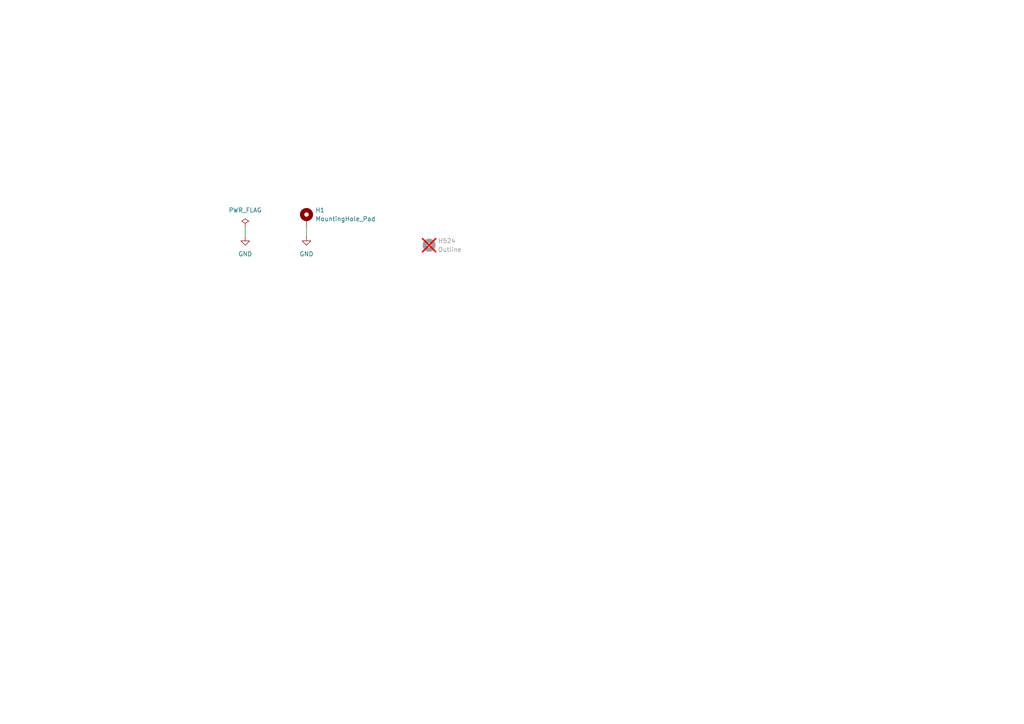
<source format=kicad_sch>
(kicad_sch (version 20250114) (generator "eeschema") (generator_version "9.0")
  (paper "A4")
  (lib_symbols
    (symbol "Mechanical:MountingHole" (pin_names (offset 1.016)) (exclude_from_sim yes) (in_bom no)
      (property "Reference" "H" (at 0 5.08 0))
      (property "Value" "MountingHole" (at 0 3.175 0))
      (symbol "MountingHole_0_1"
        (circle (center 0 0) (radius 1.27) (stroke (width 1.27)))
      )
    )
    (symbol "Mechanical:MountingHole_Pad" (pin_numbers (hide yes)) (pin_names (offset 1.016) (hide yes)) (in_bom no)
      (property "Reference" "H" (at 0 6.35 0))
      (property "Value" "MountingHole_Pad" (at 0 4.445 0))
      (symbol "MountingHole_Pad_0_1"
        (circle (center 0 1.27) (radius 1.27) (stroke (width 1.27)))
      )
      (symbol "MountingHole_Pad_1_1"
        (pin input line (at 0 -2.54 90) (length 2.54) (name "1") (number "1"))
      )
    )
    (symbol "power:GND" (power) (pin_numbers (hide yes)) (pin_names (offset 0) (hide yes))
      (property "Value" "GND" (at 0 -3.81 0))
      (symbol "GND_0_1"
        (polyline (pts (xy 0 0) (xy 0 -1.27) (xy 1.27 -1.27) (xy 0 -2.54) (xy -1.27 -1.27) (xy 0 -1.27)))
      )
      (symbol "GND_1_1"
        (pin power_in line (at 0 0 270) (length 0) (name "~") (number "1"))
      )
    )
    (symbol "power:PWR_FLAG" (power) (pin_numbers (hide yes)) (pin_names (offset 0) (hide yes))
      (property "Value" "PWR_FLAG" (at 0 3.81 0))
      (symbol "PWR_FLAG_0_0"
        (pin power_out line (at 0 0 90) (length 0) (name "~") (number "1"))
      )
      (symbol "PWR_FLAG_0_1"
        (polyline (pts (xy 0 0) (xy 0 1.27) (xy -1.016 1.905) (xy 0 2.54) (xy 1.016 1.905) (xy 0 1.27)))
      )
    )
  )
  (wire (pts (xy 71.12 66.04) (xy 71.12 68.58)))
  (wire (pts (xy 88.9 66.04) (xy 88.9 68.58)))
  (symbol (lib_id "power:GND") (at 71.12 68.58 0) (unit 1)
    (property "Reference" "#PWR01" (effects (hide yes)))
    (property "Value" "GND" (at 71.12 73.66 0))
    (property "Description" "Power symbol creates a global label with name \"GND\" , ground" (effects (hide yes)))
  )
  (symbol (lib_id "power:GND") (at 88.9 68.58 0) (unit 1)
    (property "Reference" "#PWR02" (effects (hide yes)))
    (property "Value" "GND" (at 88.9 73.66 0))
    (property "Description" "Power symbol creates a global label with name \"GND\" , ground" (effects (hide yes)))
  )
  (symbol (lib_id "power:PWR_FLAG") (at 71.12 66.04 0) (unit 1)
    (property "Reference" "#FLG01" (effects (hide yes)))
    (property "Value" "PWR_FLAG" (at 71.12 60.96 0))
    (property "Description" "Special symbol for telling ERC where power comes from" (effects (hide yes)))
  )
  (symbol (lib_id "Mechanical:MountingHole_Pad") (at 88.9 63.5 0) (unit 1) (in_bom no)
    (property "Reference" "H1" (at 91.44 60.9599 0) (effects (justify left)))
    (property "Value" "MountingHole_Pad" (at 91.44 63.4999 0) (effects (justify left)))
    (property "Footprint" "suku_basics:FP_OUTLINE_3" (effects (hide yes)))
    (property "Description" "Mounting Hole with connection" (effects (hide yes)))
  )
  (symbol (lib_id "Mechanical:MountingHole") (at 124.46 71.12 0) (unit 1) (exclude_from_sim yes) (in_bom no) (dnp yes)
    (property "Reference" "H524" (at 127 69.8499 0) (effects (justify left)))
    (property "Value" "Outline" (at 127 72.3899 0) (effects (justify left)))
    (property "Footprint" "suku_basics:OSHWA" (effects (hide yes)))
    (property "Description" "Mounting Hole without connection" (effects (hide yes)))
  )
)
</source>
